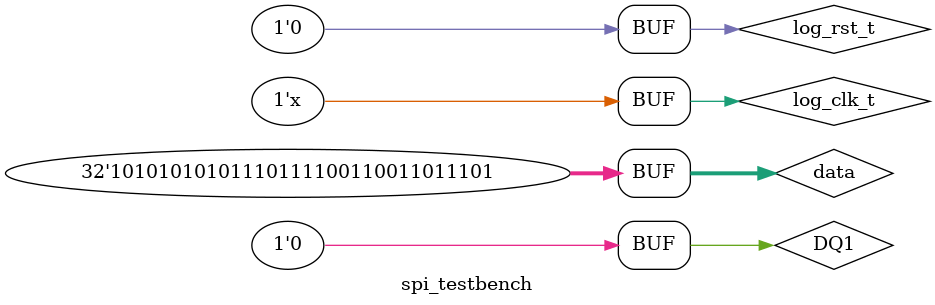
<source format=v>
`timescale 1ns / 1ps


module spi_testbench();

    reg log_clk_t;
    reg log_rst_t;
    reg [31:0] data;
    wire CS;
    wire DQ0;
    reg  DQ1;
        
    initial begin
        log_clk_t            = 1'b1;
        log_rst_t            = 1'b1;
        
        DQ1                  = 1'b0;        
        data                 = 32'h00AABBCCDD;
        
        /*iotx_tready_t        = 1'b1;        
        iorx_tvalid_t        = 1'b0;   
        iorx_tlast_t         = 1'b0;     
        iorx_tuser_t         = 32'h00;
        iorx_tdata_t         = 64'h00;              
        iorx_tkeep_t         = 8'b0;             
             
        current_state        = IDLE_S;        
        some_counter         = 5'b0;*/                  
        $display("<< Running testbench >>");
    end
    
    always begin// ãåíåðàòîð clk
        #10 log_clk_t = !log_clk_t; // 50 MHz     
        #5 log_rst_t = 1'b0;
    end

    spi_loader_top spi_loader(
        .CLK_I          ( log_clk_t  ),
        .RST_I          ( log_rst_t  ),
        .DATA_TO_PROG_I ( data       ),    
        .START_ADDR_I   ( 24'hABCD   ),
        .PAGE_COUNT_I   ( 16'h1000   ),
        .SECTOR_COUNT_I ( 12'h10     ),
        .SPI_CS_O       ( CS         ),
        .SPI_MOSI_O     ( DQ0        ),
        .SPI_MISO_I     ( DQ1        )
    );

endmodule

</source>
